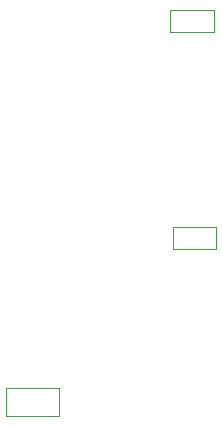
<source format=gbr>
G04 #@! TF.GenerationSoftware,KiCad,Pcbnew,5.1.7-a382d34a8~88~ubuntu18.04.1*
G04 #@! TF.CreationDate,2021-12-09T23:06:50+05:30*
G04 #@! TF.ProjectId,FrontEnd_switch_Normal_v2,46726f6e-7445-46e6-945f-737769746368,rev?*
G04 #@! TF.SameCoordinates,Original*
G04 #@! TF.FileFunction,Other,User*
%FSLAX46Y46*%
G04 Gerber Fmt 4.6, Leading zero omitted, Abs format (unit mm)*
G04 Created by KiCad (PCBNEW 5.1.7-a382d34a8~88~ubuntu18.04.1) date 2021-12-09 23:06:50*
%MOMM*%
%LPD*%
G01*
G04 APERTURE LIST*
%ADD10C,0.050000*%
G04 APERTURE END LIST*
D10*
X116620000Y-84439700D02*
X112920000Y-84439700D01*
X116620000Y-86339700D02*
X116620000Y-84439700D01*
X112920000Y-86339700D02*
X116620000Y-86339700D01*
X112920000Y-84439700D02*
X112920000Y-86339700D01*
X116805000Y-102804000D02*
X113105000Y-102804000D01*
X116805000Y-104704000D02*
X116805000Y-102804000D01*
X113105000Y-104704000D02*
X116805000Y-104704000D01*
X113105000Y-102804000D02*
X113105000Y-104704000D01*
X103459000Y-116493000D02*
X98959000Y-116493000D01*
X98959000Y-116493000D02*
X98959000Y-118793000D01*
X98959000Y-118793000D02*
X103459000Y-118793000D01*
X103459000Y-118793000D02*
X103459000Y-116493000D01*
M02*

</source>
